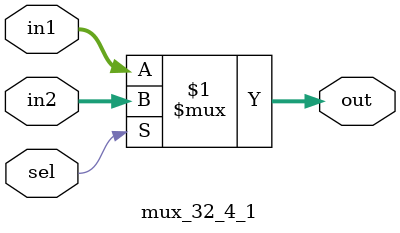
<source format=v>
`timescale 1 ns / 1 ps

module mux_32_4_1 (
	input [31:0] in1,
	input [31:0] in2,
	output reg [31:0] out,
	input sel
	);
//}} End of automatically maintained section
	assign out = (sel) ? in2 : in1;
// -- Enter your statements here -- //

endmodule

</source>
